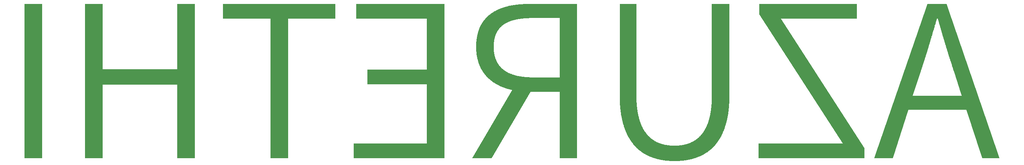
<source format=gbo>
G04 Layer: BottomSilkLayer*
G04 EasyEDA v6.1.34, Sun, 05 May 2019 19:16:01 GMT*
G04 77ecd07a251a4821b54f13b313e443d2,d2a06957bfed4711b46dd7a2d4eaa8b9,10*
G04 Gerber Generator version 0.2*
G04 Scale: 100 percent, Rotated: No, Reflected: No *
G04 Dimensions in millimeters *
G04 leading zeros omitted , absolute positions ,3 integer and 3 decimal *
%FSLAX33Y33*%
%MOMM*%
G90*
G71D02*


%LPD*%

%LPD*%
G36*
G01X165465Y41148D02*
G01X161533Y41148D01*
G01X161533Y19406D01*
G01X161534Y19320D01*
G01X161535Y19149D01*
G01X161536Y19064D01*
G01X161537Y18980D01*
G01X161540Y18811D01*
G01X161542Y18728D01*
G01X161544Y18644D01*
G01X161546Y18561D01*
G01X161549Y18478D01*
G01X161554Y18313D01*
G01X161560Y18149D01*
G01X161563Y18068D01*
G01X161575Y17825D01*
G01X161579Y17745D01*
G01X161584Y17665D01*
G01X161588Y17585D01*
G01X161593Y17506D01*
G01X161598Y17426D01*
G01X161603Y17347D01*
G01X161609Y17268D01*
G01X161615Y17190D01*
G01X161620Y17112D01*
G01X161632Y16957D01*
G01X161646Y16802D01*
G01X161652Y16725D01*
G01X161659Y16649D01*
G01X161667Y16572D01*
G01X161674Y16497D01*
G01X161689Y16345D01*
G01X161697Y16270D01*
G01X161706Y16196D01*
G01X161714Y16121D01*
G01X161731Y15973D01*
G01X161750Y15825D01*
G01X161759Y15752D01*
G01X161769Y15679D01*
G01X161778Y15606D01*
G01X161788Y15534D01*
G01X161799Y15461D01*
G01X161809Y15390D01*
G01X161830Y15247D01*
G01X161841Y15175D01*
G01X161863Y15034D01*
G01X161898Y14824D01*
G01X161910Y14755D01*
G01X161922Y14685D01*
G01X161935Y14616D01*
G01X161960Y14479D01*
G01X161986Y14343D01*
G01X162000Y14275D01*
G01X162013Y14208D01*
G01X162040Y14074D01*
G01X162055Y14007D01*
G01X162069Y13941D01*
G01X162084Y13875D01*
G01X162112Y13743D01*
G01X162128Y13678D01*
G01X162173Y13483D01*
G01X162205Y13355D01*
G01X162254Y13164D01*
G01X162270Y13101D01*
G01X162287Y13039D01*
G01X162304Y12976D01*
G01X162356Y12790D01*
G01X162374Y12728D01*
G01X162391Y12667D01*
G01X162409Y12606D01*
G01X162464Y12425D01*
G01X162521Y12245D01*
G01X162540Y12186D01*
G01X162560Y12127D01*
G01X162579Y12069D01*
G01X162618Y11952D01*
G01X162638Y11894D01*
G01X162659Y11836D01*
G01X162679Y11778D01*
G01X162700Y11721D01*
G01X162720Y11664D01*
G01X162741Y11607D01*
G01X162784Y11495D01*
G01X162826Y11383D01*
G01X162892Y11217D01*
G01X162914Y11162D01*
G01X162959Y11053D01*
G01X163027Y10892D01*
G01X163074Y10785D01*
G01X163097Y10732D01*
G01X163121Y10680D01*
G01X163145Y10627D01*
G01X163217Y10471D01*
G01X163242Y10420D01*
G01X163292Y10317D01*
G01X163316Y10267D01*
G01X163341Y10216D01*
G01X163367Y10166D01*
G01X163418Y10067D01*
G01X163443Y10017D01*
G01X163495Y9918D01*
G01X163522Y9869D01*
G01X163548Y9821D01*
G01X163574Y9772D01*
G01X163601Y9725D01*
G01X163628Y9676D01*
G01X163655Y9629D01*
G01X163682Y9581D01*
G01X163737Y9487D01*
G01X163764Y9440D01*
G01X163848Y9301D01*
G01X163876Y9256D01*
G01X163904Y9210D01*
G01X163961Y9120D01*
G01X163990Y9074D01*
G01X164048Y8986D01*
G01X164077Y8941D01*
G01X164106Y8897D01*
G01X164136Y8853D01*
G01X164166Y8810D01*
G01X164195Y8767D01*
G01X164225Y8723D01*
G01X164255Y8681D01*
G01X164316Y8595D01*
G01X164377Y8511D01*
G01X164501Y8345D01*
G01X164596Y8224D01*
G01X164660Y8143D01*
G01X164724Y8064D01*
G01X164821Y7947D01*
G01X164887Y7869D01*
G01X164953Y7793D01*
G01X165053Y7680D01*
G01X165121Y7606D01*
G01X165189Y7533D01*
G01X165223Y7497D01*
G01X165257Y7460D01*
G01X165361Y7354D01*
G01X165466Y7249D01*
G01X165502Y7214D01*
G01X165572Y7146D01*
G01X165609Y7112D01*
G01X165644Y7078D01*
G01X165716Y7011D01*
G01X165788Y6945D01*
G01X165898Y6847D01*
G01X165972Y6783D01*
G01X166009Y6752D01*
G01X166046Y6720D01*
G01X166083Y6689D01*
G01X166159Y6627D01*
G01X166234Y6566D01*
G01X166272Y6536D01*
G01X166310Y6505D01*
G01X166348Y6476D01*
G01X166386Y6446D01*
G01X166425Y6417D01*
G01X166541Y6330D01*
G01X166579Y6301D01*
G01X166658Y6244D01*
G01X166736Y6188D01*
G01X166776Y6161D01*
G01X166815Y6134D01*
G01X166855Y6106D01*
G01X166935Y6052D01*
G01X166975Y6026D01*
G01X167015Y5999D01*
G01X167095Y5947D01*
G01X167136Y5921D01*
G01X167177Y5896D01*
G01X167217Y5870D01*
G01X167340Y5795D01*
G01X167423Y5746D01*
G01X167464Y5722D01*
G01X167505Y5697D01*
G01X167547Y5673D01*
G01X167589Y5650D01*
G01X167631Y5626D01*
G01X167799Y5534D01*
G01X167841Y5512D01*
G01X167884Y5489D01*
G01X167927Y5467D01*
G01X167969Y5445D01*
G01X168012Y5423D01*
G01X168055Y5402D01*
G01X168184Y5338D01*
G01X168227Y5317D01*
G01X168271Y5296D01*
G01X168314Y5276D01*
G01X168358Y5255D01*
G01X168402Y5235D01*
G01X168445Y5215D01*
G01X168489Y5196D01*
G01X168533Y5176D01*
G01X168621Y5137D01*
G01X168666Y5119D01*
G01X168710Y5099D01*
G01X168755Y5081D01*
G01X168799Y5062D01*
G01X168979Y4990D01*
G01X169159Y4921D01*
G01X169251Y4887D01*
G01X169296Y4871D01*
G01X169342Y4854D01*
G01X169388Y4839D01*
G01X169434Y4822D01*
G01X169480Y4807D01*
G01X169526Y4791D01*
G01X169572Y4776D01*
G01X169619Y4760D01*
G01X169665Y4745D01*
G01X169711Y4731D01*
G01X169805Y4701D01*
G01X169945Y4658D01*
G01X170087Y4617D01*
G01X170228Y4578D01*
G01X170276Y4565D01*
G01X170323Y4552D01*
G01X170371Y4540D01*
G01X170419Y4527D01*
G01X170515Y4503D01*
G01X170563Y4492D01*
G01X170659Y4468D01*
G01X170756Y4446D01*
G01X170804Y4435D01*
G01X170853Y4424D01*
G01X170950Y4403D01*
G01X171096Y4372D01*
G01X171146Y4363D01*
G01X171194Y4353D01*
G01X171244Y4343D01*
G01X171441Y4307D01*
G01X171491Y4298D01*
G01X171540Y4290D01*
G01X171590Y4281D01*
G01X171689Y4265D01*
G01X171740Y4258D01*
G01X171789Y4249D01*
G01X171840Y4242D01*
G01X171889Y4235D01*
G01X172040Y4213D01*
G01X172091Y4207D01*
G01X172141Y4200D01*
G01X172192Y4194D01*
G01X172242Y4187D01*
G01X172344Y4175D01*
G01X172496Y4158D01*
G01X172548Y4152D01*
G01X172701Y4137D01*
G01X172906Y4119D01*
G01X173010Y4111D01*
G01X173061Y4107D01*
G01X173217Y4097D01*
G01X173269Y4093D01*
G01X173373Y4087D01*
G01X173530Y4079D01*
G01X173634Y4075D01*
G01X173791Y4069D01*
G01X173897Y4066D01*
G01X173949Y4064D01*
G01X174214Y4059D01*
G01X174320Y4059D01*
G01X174373Y4058D01*
G01X174480Y4058D01*
G01X174533Y4059D01*
G01X174639Y4059D01*
G01X174692Y4060D01*
G01X174903Y4064D01*
G01X174956Y4066D01*
G01X175061Y4069D01*
G01X175218Y4075D01*
G01X175271Y4077D01*
G01X175323Y4079D01*
G01X175480Y4087D01*
G01X175584Y4093D01*
G01X175636Y4097D01*
G01X175791Y4107D01*
G01X175843Y4111D01*
G01X175946Y4119D01*
G01X176152Y4137D01*
G01X176305Y4152D01*
G01X176356Y4158D01*
G01X176509Y4175D01*
G01X176610Y4187D01*
G01X176661Y4194D01*
G01X176711Y4200D01*
G01X176762Y4207D01*
G01X176812Y4213D01*
G01X176963Y4235D01*
G01X177063Y4249D01*
G01X177113Y4258D01*
G01X177163Y4265D01*
G01X177263Y4281D01*
G01X177312Y4290D01*
G01X177362Y4298D01*
G01X177412Y4307D01*
G01X177609Y4343D01*
G01X177707Y4363D01*
G01X177756Y4372D01*
G01X177903Y4403D01*
G01X178000Y4424D01*
G01X178048Y4435D01*
G01X178097Y4446D01*
G01X178194Y4468D01*
G01X178290Y4492D01*
G01X178338Y4503D01*
G01X178434Y4527D01*
G01X178482Y4540D01*
G01X178529Y4552D01*
G01X178577Y4565D01*
G01X178624Y4578D01*
G01X178672Y4591D01*
G01X178766Y4617D01*
G01X178908Y4658D01*
G01X179048Y4701D01*
G01X179142Y4731D01*
G01X179188Y4745D01*
G01X179234Y4760D01*
G01X179281Y4776D01*
G01X179327Y4791D01*
G01X179373Y4807D01*
G01X179419Y4822D01*
G01X179465Y4839D01*
G01X179511Y4854D01*
G01X179557Y4871D01*
G01X179602Y4887D01*
G01X179693Y4921D01*
G01X179874Y4990D01*
G01X180009Y5044D01*
G01X180053Y5062D01*
G01X180098Y5081D01*
G01X180142Y5099D01*
G01X180187Y5119D01*
G01X180231Y5137D01*
G01X180320Y5176D01*
G01X180363Y5196D01*
G01X180408Y5215D01*
G01X180451Y5235D01*
G01X180495Y5255D01*
G01X180539Y5276D01*
G01X180582Y5296D01*
G01X180626Y5317D01*
G01X180669Y5338D01*
G01X180798Y5402D01*
G01X180841Y5423D01*
G01X180884Y5445D01*
G01X180926Y5467D01*
G01X180969Y5489D01*
G01X181012Y5512D01*
G01X181054Y5534D01*
G01X181222Y5626D01*
G01X181264Y5650D01*
G01X181306Y5673D01*
G01X181347Y5697D01*
G01X181389Y5722D01*
G01X181430Y5746D01*
G01X181512Y5795D01*
G01X181554Y5820D01*
G01X181595Y5845D01*
G01X181635Y5870D01*
G01X181676Y5896D01*
G01X181717Y5921D01*
G01X181797Y5973D01*
G01X181838Y5999D01*
G01X181878Y6026D01*
G01X181918Y6052D01*
G01X181998Y6106D01*
G01X182038Y6134D01*
G01X182116Y6188D01*
G01X182156Y6216D01*
G01X182195Y6244D01*
G01X182273Y6301D01*
G01X182312Y6330D01*
G01X182428Y6417D01*
G01X182466Y6446D01*
G01X182505Y6476D01*
G01X182543Y6505D01*
G01X182581Y6536D01*
G01X182619Y6566D01*
G01X182694Y6627D01*
G01X182769Y6689D01*
G01X182806Y6720D01*
G01X182844Y6752D01*
G01X182881Y6783D01*
G01X182955Y6847D01*
G01X183064Y6945D01*
G01X183137Y7011D01*
G01X183209Y7078D01*
G01X183244Y7112D01*
G01X183316Y7180D01*
G01X183351Y7214D01*
G01X183386Y7249D01*
G01X183492Y7354D01*
G01X183595Y7460D01*
G01X183630Y7497D01*
G01X183664Y7533D01*
G01X183732Y7606D01*
G01X183766Y7643D01*
G01X183799Y7680D01*
G01X183900Y7793D01*
G01X183966Y7869D01*
G01X184032Y7947D01*
G01X184129Y8064D01*
G01X184193Y8143D01*
G01X184257Y8224D01*
G01X184352Y8345D01*
G01X184476Y8511D01*
G01X184537Y8595D01*
G01X184598Y8681D01*
G01X184628Y8723D01*
G01X184658Y8767D01*
G01X184687Y8810D01*
G01X184717Y8853D01*
G01X184775Y8941D01*
G01X184805Y8986D01*
G01X184863Y9074D01*
G01X184892Y9120D01*
G01X184949Y9210D01*
G01X184977Y9256D01*
G01X185005Y9301D01*
G01X185089Y9440D01*
G01X185116Y9487D01*
G01X185171Y9581D01*
G01X185198Y9629D01*
G01X185225Y9676D01*
G01X185252Y9725D01*
G01X185278Y9772D01*
G01X185305Y9821D01*
G01X185331Y9869D01*
G01X185358Y9918D01*
G01X185409Y10017D01*
G01X185435Y10067D01*
G01X185486Y10166D01*
G01X185511Y10216D01*
G01X185536Y10267D01*
G01X185561Y10317D01*
G01X185611Y10420D01*
G01X185635Y10471D01*
G01X185660Y10523D01*
G01X185708Y10627D01*
G01X185731Y10680D01*
G01X185755Y10732D01*
G01X185779Y10785D01*
G01X185825Y10892D01*
G01X185894Y11053D01*
G01X185939Y11162D01*
G01X185961Y11217D01*
G01X186027Y11383D01*
G01X186069Y11495D01*
G01X186112Y11607D01*
G01X186133Y11664D01*
G01X186153Y11721D01*
G01X186174Y11778D01*
G01X186194Y11836D01*
G01X186215Y11894D01*
G01X186234Y11952D01*
G01X186274Y12069D01*
G01X186293Y12127D01*
G01X186313Y12186D01*
G01X186332Y12245D01*
G01X186389Y12425D01*
G01X186444Y12606D01*
G01X186461Y12667D01*
G01X186479Y12728D01*
G01X186497Y12790D01*
G01X186549Y12976D01*
G01X186566Y13039D01*
G01X186582Y13101D01*
G01X186599Y13164D01*
G01X186648Y13355D01*
G01X186664Y13419D01*
G01X186679Y13483D01*
G01X186695Y13548D01*
G01X186740Y13743D01*
G01X186755Y13809D01*
G01X186769Y13875D01*
G01X186784Y13941D01*
G01X186798Y14007D01*
G01X186840Y14208D01*
G01X186853Y14275D01*
G01X186867Y14343D01*
G01X186879Y14411D01*
G01X186893Y14479D01*
G01X186918Y14616D01*
G01X186930Y14685D01*
G01X186942Y14755D01*
G01X186955Y14824D01*
G01X186990Y15034D01*
G01X187012Y15175D01*
G01X187023Y15247D01*
G01X187044Y15390D01*
G01X187054Y15461D01*
G01X187064Y15534D01*
G01X187075Y15606D01*
G01X187084Y15679D01*
G01X187094Y15752D01*
G01X187103Y15825D01*
G01X187139Y16121D01*
G01X187147Y16196D01*
G01X187155Y16270D01*
G01X187163Y16345D01*
G01X187179Y16497D01*
G01X187186Y16572D01*
G01X187193Y16649D01*
G01X187201Y16725D01*
G01X187207Y16802D01*
G01X187233Y17112D01*
G01X187238Y17190D01*
G01X187244Y17268D01*
G01X187249Y17347D01*
G01X187255Y17426D01*
G01X187259Y17506D01*
G01X187265Y17585D01*
G01X187269Y17665D01*
G01X187274Y17745D01*
G01X187278Y17825D01*
G01X187286Y17987D01*
G01X187292Y18149D01*
G01X187296Y18231D01*
G01X187299Y18313D01*
G01X187304Y18478D01*
G01X187307Y18561D01*
G01X187309Y18644D01*
G01X187311Y18728D01*
G01X187313Y18811D01*
G01X187316Y18980D01*
G01X187317Y19064D01*
G01X187318Y19149D01*
G01X187319Y19320D01*
G01X187319Y41148D01*
G01X183189Y41148D01*
G01X183189Y19260D01*
G01X183187Y19078D01*
G01X183186Y18988D01*
G01X183183Y18809D01*
G01X183181Y18720D01*
G01X183178Y18632D01*
G01X183176Y18544D01*
G01X183173Y18457D01*
G01X183170Y18369D01*
G01X183163Y18197D01*
G01X183155Y18025D01*
G01X183150Y17940D01*
G01X183146Y17856D01*
G01X183141Y17771D01*
G01X183136Y17688D01*
G01X183130Y17604D01*
G01X183124Y17521D01*
G01X183106Y17275D01*
G01X183092Y17113D01*
G01X183085Y17033D01*
G01X183077Y16952D01*
G01X183053Y16715D01*
G01X183045Y16637D01*
G01X183027Y16481D01*
G01X183018Y16404D01*
G01X183008Y16327D01*
G01X182988Y16175D01*
G01X182968Y16024D01*
G01X182957Y15950D01*
G01X182946Y15875D01*
G01X182935Y15801D01*
G01X182923Y15728D01*
G01X182912Y15655D01*
G01X182888Y15509D01*
G01X182862Y15366D01*
G01X182850Y15295D01*
G01X182836Y15224D01*
G01X182823Y15154D01*
G01X182795Y15014D01*
G01X182753Y14807D01*
G01X182738Y14739D01*
G01X182723Y14672D01*
G01X182707Y14605D01*
G01X182692Y14537D01*
G01X182660Y14405D01*
G01X182628Y14274D01*
G01X182594Y14144D01*
G01X182577Y14080D01*
G01X182542Y13953D01*
G01X182488Y13764D01*
G01X182470Y13702D01*
G01X182394Y13458D01*
G01X182374Y13398D01*
G01X182355Y13339D01*
G01X182334Y13279D01*
G01X182315Y13220D01*
G01X182294Y13161D01*
G01X182273Y13103D01*
G01X182253Y13045D01*
G01X182231Y12988D01*
G01X182189Y12874D01*
G01X182167Y12817D01*
G01X182145Y12761D01*
G01X182078Y12595D01*
G01X182033Y12486D01*
G01X182009Y12432D01*
G01X181986Y12378D01*
G01X181963Y12325D01*
G01X181939Y12272D01*
G01X181867Y12116D01*
G01X181842Y12065D01*
G01X181817Y12013D01*
G01X181792Y11962D01*
G01X181742Y11862D01*
G01X181716Y11812D01*
G01X181664Y11713D01*
G01X181638Y11665D01*
G01X181612Y11616D01*
G01X181586Y11569D01*
G01X181559Y11521D01*
G01X181505Y11426D01*
G01X181477Y11380D01*
G01X181450Y11333D01*
G01X181394Y11242D01*
G01X181338Y11152D01*
G01X181309Y11107D01*
G01X181281Y11063D01*
G01X181223Y10975D01*
G01X181194Y10932D01*
G01X181135Y10846D01*
G01X181045Y10720D01*
G01X181015Y10679D01*
G01X180984Y10638D01*
G01X180954Y10597D01*
G01X180861Y10477D01*
G01X180829Y10437D01*
G01X180798Y10398D01*
G01X180766Y10360D01*
G01X180734Y10321D01*
G01X180670Y10245D01*
G01X180638Y10208D01*
G01X180572Y10134D01*
G01X180540Y10097D01*
G01X180506Y10061D01*
G01X180440Y9989D01*
G01X180373Y9919D01*
G01X180236Y9782D01*
G01X180201Y9749D01*
G01X180131Y9682D01*
G01X179991Y9554D01*
G01X179954Y9523D01*
G01X179919Y9492D01*
G01X179883Y9461D01*
G01X179847Y9431D01*
G01X179774Y9371D01*
G01X179700Y9312D01*
G01X179663Y9283D01*
G01X179589Y9226D01*
G01X179552Y9197D01*
G01X179514Y9170D01*
G01X179476Y9142D01*
G01X179438Y9115D01*
G01X179401Y9088D01*
G01X179363Y9061D01*
G01X179324Y9035D01*
G01X179286Y9009D01*
G01X179247Y8983D01*
G01X179208Y8958D01*
G01X179170Y8932D01*
G01X179130Y8907D01*
G01X179052Y8859D01*
G01X179013Y8834D01*
G01X178973Y8810D01*
G01X178894Y8764D01*
G01X178813Y8718D01*
G01X178773Y8695D01*
G01X178733Y8673D01*
G01X178651Y8629D01*
G01X178611Y8608D01*
G01X178487Y8546D01*
G01X178446Y8525D01*
G01X178280Y8447D01*
G01X178237Y8428D01*
G01X178195Y8409D01*
G01X178153Y8391D01*
G01X178111Y8372D01*
G01X178026Y8337D01*
G01X177940Y8302D01*
G01X177854Y8269D01*
G01X177767Y8236D01*
G01X177724Y8220D01*
G01X177681Y8205D01*
G01X177637Y8189D01*
G01X177593Y8175D01*
G01X177505Y8145D01*
G01X177461Y8131D01*
G01X177416Y8117D01*
G01X177328Y8089D01*
G01X177238Y8062D01*
G01X177149Y8037D01*
G01X177013Y8001D01*
G01X176967Y7989D01*
G01X176922Y7978D01*
G01X176831Y7955D01*
G01X176785Y7945D01*
G01X176739Y7934D01*
G01X176693Y7924D01*
G01X176508Y7885D01*
G01X176461Y7877D01*
G01X176415Y7867D01*
G01X176274Y7843D01*
G01X176227Y7834D01*
G01X176181Y7827D01*
G01X176133Y7819D01*
G01X176086Y7812D01*
G01X176038Y7805D01*
G01X175991Y7798D01*
G01X175896Y7785D01*
G01X175752Y7767D01*
G01X175704Y7762D01*
G01X175559Y7747D01*
G01X175511Y7742D01*
G01X175463Y7738D01*
G01X175414Y7733D01*
G01X175365Y7730D01*
G01X175317Y7726D01*
G01X175268Y7722D01*
G01X175023Y7707D01*
G01X174924Y7703D01*
G01X174874Y7701D01*
G01X174825Y7699D01*
G01X174775Y7698D01*
G01X174726Y7697D01*
G01X174627Y7695D01*
G01X174576Y7694D01*
G01X174477Y7693D01*
G01X174377Y7693D01*
G01X174227Y7695D01*
G01X174128Y7697D01*
G01X174078Y7698D01*
G01X174029Y7699D01*
G01X173979Y7701D01*
G01X173783Y7709D01*
G01X173733Y7712D01*
G01X173685Y7715D01*
G01X173635Y7718D01*
G01X173587Y7722D01*
G01X173538Y7725D01*
G01X173489Y7729D01*
G01X173441Y7732D01*
G01X173392Y7736D01*
G01X173199Y7755D01*
G01X173103Y7765D01*
G01X173055Y7771D01*
G01X173007Y7776D01*
G01X172911Y7789D01*
G01X172864Y7795D01*
G01X172768Y7808D01*
G01X172721Y7816D01*
G01X172627Y7830D01*
G01X172579Y7838D01*
G01X172533Y7846D01*
G01X172485Y7854D01*
G01X172345Y7880D01*
G01X172298Y7889D01*
G01X172252Y7898D01*
G01X172205Y7908D01*
G01X172021Y7948D01*
G01X171883Y7981D01*
G01X171838Y7992D01*
G01X171792Y8004D01*
G01X171747Y8016D01*
G01X171701Y8027D01*
G01X171656Y8040D01*
G01X171611Y8052D01*
G01X171521Y8078D01*
G01X171432Y8105D01*
G01X171387Y8118D01*
G01X171299Y8147D01*
G01X171254Y8161D01*
G01X171210Y8176D01*
G01X171166Y8190D01*
G01X171122Y8206D01*
G01X171078Y8221D01*
G01X171034Y8237D01*
G01X170948Y8269D01*
G01X170904Y8285D01*
G01X170861Y8302D01*
G01X170774Y8336D01*
G01X170732Y8354D01*
G01X170646Y8389D01*
G01X170604Y8407D01*
G01X170562Y8426D01*
G01X170519Y8444D01*
G01X170477Y8463D01*
G01X170435Y8483D01*
G01X170393Y8502D01*
G01X170310Y8542D01*
G01X170226Y8582D01*
G01X170103Y8645D01*
G01X169980Y8711D01*
G01X169940Y8733D01*
G01X169900Y8756D01*
G01X169819Y8802D01*
G01X169779Y8825D01*
G01X169700Y8873D01*
G01X169542Y8971D01*
G01X169464Y9022D01*
G01X169426Y9048D01*
G01X169348Y9101D01*
G01X169310Y9127D01*
G01X169272Y9155D01*
G01X169234Y9182D01*
G01X169196Y9210D01*
G01X169158Y9237D01*
G01X169083Y9294D01*
G01X169046Y9322D01*
G01X169009Y9351D01*
G01X168935Y9410D01*
G01X168862Y9470D01*
G01X168826Y9501D01*
G01X168789Y9531D01*
G01X168753Y9562D01*
G01X168717Y9594D01*
G01X168681Y9625D01*
G01X168610Y9689D01*
G01X168470Y9821D01*
G01X168436Y9855D01*
G01X168401Y9889D01*
G01X168332Y9957D01*
G01X168298Y9992D01*
G01X168265Y10027D01*
G01X168197Y10099D01*
G01X168131Y10171D01*
G01X168098Y10208D01*
G01X168033Y10282D01*
G01X168000Y10320D01*
G01X167904Y10434D01*
G01X167872Y10473D01*
G01X167809Y10552D01*
G01X167777Y10592D01*
G01X167715Y10672D01*
G01X167685Y10713D01*
G01X167654Y10754D01*
G01X167623Y10796D01*
G01X167563Y10879D01*
G01X167533Y10922D01*
G01X167474Y11007D01*
G01X167445Y11050D01*
G01X167358Y11182D01*
G01X167301Y11272D01*
G01X167273Y11317D01*
G01X167217Y11408D01*
G01X167189Y11454D01*
G01X167108Y11595D01*
G01X167054Y11691D01*
G01X167028Y11739D01*
G01X166975Y11836D01*
G01X166949Y11886D01*
G01X166924Y11935D01*
G01X166898Y11985D01*
G01X166873Y12035D01*
G01X166798Y12188D01*
G01X166749Y12292D01*
G01X166725Y12344D01*
G01X166701Y12397D01*
G01X166678Y12450D01*
G01X166654Y12503D01*
G01X166585Y12665D01*
G01X166540Y12775D01*
G01X166518Y12830D01*
G01X166495Y12886D01*
G01X166474Y12942D01*
G01X166410Y13113D01*
G01X166389Y13170D01*
G01X166368Y13228D01*
G01X166327Y13345D01*
G01X166287Y13463D01*
G01X166267Y13523D01*
G01X166229Y13643D01*
G01X166191Y13765D01*
G01X166172Y13827D01*
G01X166136Y13951D01*
G01X166100Y14077D01*
G01X166083Y14140D01*
G01X166049Y14268D01*
G01X166015Y14397D01*
G01X165983Y14528D01*
G01X165967Y14593D01*
G01X165952Y14660D01*
G01X165936Y14726D01*
G01X165921Y14793D01*
G01X165891Y14929D01*
G01X165849Y15134D01*
G01X165835Y15204D01*
G01X165809Y15344D01*
G01X165795Y15414D01*
G01X165783Y15485D01*
G01X165770Y15556D01*
G01X165746Y15700D01*
G01X165722Y15845D01*
G01X165711Y15918D01*
G01X165689Y16066D01*
G01X165668Y16215D01*
G01X165658Y16290D01*
G01X165648Y16366D01*
G01X165638Y16441D01*
G01X165629Y16518D01*
G01X165620Y16594D01*
G01X165612Y16672D01*
G01X165594Y16827D01*
G01X165586Y16905D01*
G01X165579Y16984D01*
G01X165571Y17063D01*
G01X165564Y17142D01*
G01X165550Y17302D01*
G01X165543Y17383D01*
G01X165531Y17546D01*
G01X165520Y17710D01*
G01X165509Y17876D01*
G01X165504Y17960D01*
G01X165496Y18128D01*
G01X165488Y18298D01*
G01X165485Y18384D01*
G01X165482Y18469D01*
G01X165476Y18643D01*
G01X165474Y18730D01*
G01X165470Y18906D01*
G01X165469Y18994D01*
G01X165467Y19084D01*
G01X165466Y19172D01*
G01X165466Y19262D01*
G01X165465Y19353D01*
G01X165465Y41148D01*
G37*

%LPD*%
G36*
G01X25722Y41148D02*
G01X21590Y41148D01*
G01X21590Y4706D01*
G01X25722Y4706D01*
G01X25722Y41148D01*
G37*

%LPD*%
G36*
G01X39959Y41148D02*
G01X35877Y41148D01*
G01X35877Y4706D01*
G01X39959Y4706D01*
G01X39959Y22131D01*
G01X57533Y22131D01*
G01X57533Y4706D01*
G01X61666Y4706D01*
G01X61666Y41148D01*
G01X57533Y41148D01*
G01X57533Y25714D01*
G01X39959Y25714D01*
G01X39959Y41148D01*
G37*

%LPD*%
G36*
G01X94721Y41148D02*
G01X68287Y41148D01*
G01X68287Y37663D01*
G01X79438Y37663D01*
G01X79438Y4706D01*
G01X83621Y4706D01*
G01X83621Y37663D01*
G01X94721Y37663D01*
G01X94721Y41148D01*
G37*

%LPD*%
G36*
G01X120312Y41148D02*
G01X99552Y41148D01*
G01X99552Y37663D01*
G01X116179Y37663D01*
G01X116179Y25666D01*
G01X102189Y25666D01*
G01X102189Y22181D01*
G01X116179Y22181D01*
G01X116179Y8191D01*
G01X99004Y8191D01*
G01X99004Y4706D01*
G01X120312Y4706D01*
G01X120312Y41148D01*
G37*

%LPD*%
G36*
G01X151526Y41148D02*
G01X140307Y41148D01*
G01X140238Y41147D01*
G01X140169Y41147D01*
G01X140033Y41145D01*
G01X139965Y41145D01*
G01X139898Y41144D01*
G01X139830Y41142D01*
G01X139694Y41140D01*
G01X139560Y41136D01*
G01X139493Y41135D01*
G01X139426Y41133D01*
G01X139359Y41130D01*
G01X139226Y41125D01*
G01X139160Y41123D01*
G01X139093Y41120D01*
G01X139027Y41117D01*
G01X138961Y41113D01*
G01X138896Y41110D01*
G01X138830Y41107D01*
G01X138764Y41103D01*
G01X138504Y41087D01*
G01X138439Y41082D01*
G01X138374Y41078D01*
G01X138310Y41073D01*
G01X138245Y41068D01*
G01X138053Y41053D01*
G01X137989Y41047D01*
G01X137926Y41041D01*
G01X137862Y41035D01*
G01X137799Y41029D01*
G01X137735Y41023D01*
G01X137672Y41016D01*
G01X137609Y41010D01*
G01X137547Y41003D01*
G01X137484Y40996D01*
G01X137359Y40982D01*
G01X137297Y40974D01*
G01X137235Y40967D01*
G01X137111Y40951D01*
G01X136988Y40935D01*
G01X136927Y40926D01*
G01X136805Y40909D01*
G01X136744Y40900D01*
G01X136684Y40890D01*
G01X136623Y40881D01*
G01X136563Y40872D01*
G01X136263Y40822D01*
G01X136204Y40811D01*
G01X136145Y40801D01*
G01X136086Y40789D01*
G01X136027Y40779D01*
G01X135969Y40768D01*
G01X135851Y40744D01*
G01X135736Y40721D01*
G01X135678Y40709D01*
G01X135620Y40696D01*
G01X135562Y40684D01*
G01X135277Y40619D01*
G01X135164Y40591D01*
G01X134996Y40549D01*
G01X134941Y40534D01*
G01X134885Y40520D01*
G01X134830Y40505D01*
G01X134774Y40490D01*
G01X134665Y40459D01*
G01X134610Y40443D01*
G01X134555Y40428D01*
G01X134501Y40411D01*
G01X134447Y40396D01*
G01X134393Y40379D01*
G01X134340Y40363D01*
G01X134232Y40329D01*
G01X134180Y40312D01*
G01X134126Y40295D01*
G01X134073Y40277D01*
G01X134021Y40260D01*
G01X133968Y40242D01*
G01X133916Y40223D01*
G01X133812Y40187D01*
G01X133709Y40149D01*
G01X133657Y40130D01*
G01X133606Y40111D01*
G01X133555Y40091D01*
G01X133504Y40072D01*
G01X133454Y40052D01*
G01X133403Y40032D01*
G01X133303Y39992D01*
G01X133203Y39950D01*
G01X133154Y39929D01*
G01X133055Y39887D01*
G01X133007Y39865D01*
G01X132958Y39843D01*
G01X132910Y39822D01*
G01X132861Y39799D01*
G01X132813Y39777D01*
G01X132765Y39754D01*
G01X132717Y39732D01*
G01X132670Y39708D01*
G01X132622Y39685D01*
G01X132575Y39662D01*
G01X132528Y39638D01*
G01X132435Y39590D01*
G01X132388Y39567D01*
G01X132250Y39492D01*
G01X132205Y39468D01*
G01X132159Y39443D01*
G01X132114Y39417D01*
G01X131980Y39340D01*
G01X131847Y39260D01*
G01X131760Y39206D01*
G01X131674Y39152D01*
G01X131546Y39068D01*
G01X131461Y39011D01*
G01X131377Y38953D01*
G01X131336Y38924D01*
G01X131254Y38865D01*
G01X131213Y38835D01*
G01X131173Y38805D01*
G01X131132Y38775D01*
G01X131052Y38714D01*
G01X130973Y38652D01*
G01X130855Y38557D01*
G01X130817Y38525D01*
G01X130778Y38493D01*
G01X130702Y38428D01*
G01X130627Y38362D01*
G01X130590Y38329D01*
G01X130552Y38295D01*
G01X130515Y38261D01*
G01X130479Y38228D01*
G01X130442Y38193D01*
G01X130406Y38159D01*
G01X130298Y38054D01*
G01X130263Y38019D01*
G01X130228Y37983D01*
G01X130193Y37948D01*
G01X130124Y37875D01*
G01X130090Y37839D01*
G01X130056Y37802D01*
G01X130022Y37766D01*
G01X129989Y37729D01*
G01X129890Y37616D01*
G01X129824Y37540D01*
G01X129760Y37462D01*
G01X129666Y37345D01*
G01X129635Y37305D01*
G01X129544Y37185D01*
G01X129514Y37144D01*
G01X129484Y37104D01*
G01X129425Y37022D01*
G01X129367Y36938D01*
G01X129339Y36897D01*
G01X129310Y36854D01*
G01X129255Y36769D01*
G01X129227Y36726D01*
G01X129200Y36683D01*
G01X129172Y36640D01*
G01X129145Y36596D01*
G01X129119Y36552D01*
G01X129092Y36508D01*
G01X129067Y36464D01*
G01X129041Y36420D01*
G01X128989Y36330D01*
G01X128964Y36284D01*
G01X128915Y36193D01*
G01X128890Y36147D01*
G01X128866Y36101D01*
G01X128842Y36054D01*
G01X128795Y35961D01*
G01X128772Y35914D01*
G01X128749Y35866D01*
G01X128726Y35819D01*
G01X128704Y35770D01*
G01X128660Y35674D01*
G01X128638Y35625D01*
G01X128575Y35478D01*
G01X128534Y35378D01*
G01X128494Y35278D01*
G01X128455Y35176D01*
G01X128436Y35125D01*
G01X128417Y35073D01*
G01X128399Y35022D01*
G01X128381Y34970D01*
G01X128362Y34918D01*
G01X128345Y34866D01*
G01X128310Y34760D01*
G01X128277Y34653D01*
G01X128228Y34492D01*
G01X128213Y34437D01*
G01X128197Y34382D01*
G01X128182Y34328D01*
G01X128153Y34217D01*
G01X128124Y34105D01*
G01X128110Y34049D01*
G01X128097Y33992D01*
G01X128084Y33936D01*
G01X128058Y33822D01*
G01X128010Y33590D01*
G01X127999Y33532D01*
G01X127977Y33414D01*
G01X127967Y33354D01*
G01X127957Y33295D01*
G01X127947Y33235D01*
G01X127937Y33174D01*
G01X127919Y33054D01*
G01X127902Y32932D01*
G01X127894Y32870D01*
G01X127885Y32808D01*
G01X127870Y32684D01*
G01X127863Y32622D01*
G01X127850Y32496D01*
G01X127844Y32433D01*
G01X127838Y32369D01*
G01X127827Y32241D01*
G01X127821Y32177D01*
G01X127817Y32112D01*
G01X127812Y32047D01*
G01X127804Y31917D01*
G01X127801Y31851D01*
G01X127797Y31785D01*
G01X127791Y31652D01*
G01X127789Y31585D01*
G01X127786Y31518D01*
G01X127784Y31451D01*
G01X127780Y31179D01*
G01X127779Y31110D01*
G01X127779Y30972D01*
G01X127780Y30903D01*
G01X127782Y30766D01*
G01X127785Y30629D01*
G01X127787Y30562D01*
G01X127789Y30494D01*
G01X127799Y30293D01*
G01X127807Y30160D01*
G01X127815Y30028D01*
G01X127820Y29962D01*
G01X127832Y29832D01*
G01X127837Y29767D01*
G01X127843Y29702D01*
G01X127857Y29574D01*
G01X127864Y29509D01*
G01X127879Y29382D01*
G01X127887Y29319D01*
G01X127905Y29193D01*
G01X127913Y29130D01*
G01X127923Y29068D01*
G01X127942Y28944D01*
G01X127953Y28882D01*
G01X127963Y28820D01*
G01X127974Y28759D01*
G01X127986Y28698D01*
G01X127997Y28637D01*
G01X128008Y28577D01*
G01X128021Y28517D01*
G01X128033Y28456D01*
G01X128046Y28396D01*
G01X128059Y28337D01*
G01X128072Y28277D01*
G01X128086Y28218D01*
G01X128099Y28159D01*
G01X128114Y28101D01*
G01X128143Y27984D01*
G01X128173Y27868D01*
G01X128205Y27753D01*
G01X128237Y27639D01*
G01X128255Y27582D01*
G01X128289Y27470D01*
G01X128325Y27358D01*
G01X128361Y27247D01*
G01X128381Y27192D01*
G01X128400Y27137D01*
G01X128419Y27083D01*
G01X128439Y27028D01*
G01X128479Y26920D01*
G01X128500Y26867D01*
G01X128520Y26813D01*
G01X128542Y26760D01*
G01X128563Y26707D01*
G01X128607Y26601D01*
G01X128652Y26497D01*
G01X128674Y26445D01*
G01X128698Y26393D01*
G01X128744Y26291D01*
G01X128769Y26240D01*
G01X128793Y26189D01*
G01X128817Y26139D01*
G01X128842Y26088D01*
G01X128892Y25988D01*
G01X128918Y25938D01*
G01X128996Y25791D01*
G01X129023Y25742D01*
G01X129077Y25646D01*
G01X129133Y25550D01*
G01X129161Y25503D01*
G01X129189Y25455D01*
G01X129217Y25408D01*
G01X129275Y25314D01*
G01X129335Y25222D01*
G01X129364Y25175D01*
G01X129395Y25130D01*
G01X129456Y25039D01*
G01X129518Y24949D01*
G01X129549Y24905D01*
G01X129581Y24860D01*
G01X129645Y24772D01*
G01X129678Y24728D01*
G01X129711Y24685D01*
G01X129744Y24641D01*
G01X129810Y24555D01*
G01X129844Y24513D01*
G01X129912Y24428D01*
G01X129947Y24386D01*
G01X130017Y24303D01*
G01X130052Y24262D01*
G01X130088Y24220D01*
G01X130160Y24139D01*
G01X130196Y24099D01*
G01X130232Y24058D01*
G01X130344Y23940D01*
G01X130419Y23861D01*
G01X130457Y23822D01*
G01X130534Y23745D01*
G01X130573Y23707D01*
G01X130611Y23669D01*
G01X130651Y23632D01*
G01X130690Y23594D01*
G01X130730Y23556D01*
G01X130770Y23519D01*
G01X130810Y23483D01*
G01X130891Y23410D01*
G01X130974Y23338D01*
G01X131056Y23266D01*
G01X131140Y23196D01*
G01X131183Y23161D01*
G01X131225Y23127D01*
G01X131268Y23092D01*
G01X131311Y23058D01*
G01X131355Y23024D01*
G01X131398Y22991D01*
G01X131441Y22957D01*
G01X131486Y22924D01*
G01X131574Y22857D01*
G01X131663Y22792D01*
G01X131754Y22728D01*
G01X131891Y22634D01*
G01X131937Y22603D01*
G01X131984Y22572D01*
G01X132077Y22511D01*
G01X132125Y22481D01*
G01X132219Y22421D01*
G01X132267Y22392D01*
G01X132363Y22333D01*
G01X132461Y22275D01*
G01X132509Y22247D01*
G01X132559Y22219D01*
G01X132608Y22190D01*
G01X132657Y22163D01*
G01X132707Y22135D01*
G01X132857Y22054D01*
G01X132908Y22027D01*
G01X132958Y22000D01*
G01X133010Y21975D01*
G01X133060Y21948D01*
G01X133112Y21923D01*
G01X133164Y21897D01*
G01X133215Y21871D01*
G01X133267Y21847D01*
G01X133320Y21821D01*
G01X133372Y21797D01*
G01X133425Y21772D01*
G01X133584Y21700D01*
G01X133638Y21676D01*
G01X133691Y21652D01*
G01X133745Y21630D01*
G01X133799Y21606D01*
G01X133853Y21584D01*
G01X133908Y21561D01*
G01X133962Y21539D01*
G01X134127Y21473D01*
G01X134183Y21451D01*
G01X134239Y21430D01*
G01X134294Y21409D01*
G01X134350Y21388D01*
G01X134407Y21368D01*
G01X134463Y21347D01*
G01X134519Y21327D01*
G01X134633Y21287D01*
G01X134805Y21229D01*
G01X134921Y21192D01*
G01X134979Y21173D01*
G01X135096Y21137D01*
G01X135155Y21119D01*
G01X135214Y21102D01*
G01X135273Y21084D01*
G01X135332Y21067D01*
G01X135392Y21050D01*
G01X135451Y21033D01*
G01X135631Y20984D01*
G01X135752Y20953D01*
G01X135813Y20937D01*
G01X135996Y20892D01*
G01X136057Y20878D01*
G01X136119Y20863D01*
G01X136243Y20835D01*
G01X126832Y4706D01*
G01X131462Y4706D01*
G01X140573Y20439D01*
G01X147393Y20439D01*
G01X147393Y4706D01*
G01X151526Y4706D01*
G01X151526Y41148D01*
G37*

%LPC*%
G36*
G01X147393Y37812D02*
G01X140943Y37812D01*
G01X140790Y37811D01*
G01X140713Y37811D01*
G01X140562Y37809D01*
G01X140412Y37806D01*
G01X140337Y37804D01*
G01X140189Y37800D01*
G01X140041Y37795D01*
G01X139969Y37792D01*
G01X139823Y37786D01*
G01X139679Y37778D01*
G01X139536Y37770D01*
G01X139395Y37761D01*
G01X139324Y37756D01*
G01X139184Y37746D01*
G01X139115Y37740D01*
G01X139046Y37735D01*
G01X138909Y37723D01*
G01X138840Y37716D01*
G01X138705Y37703D01*
G01X138638Y37696D01*
G01X138571Y37688D01*
G01X138504Y37681D01*
G01X138372Y37665D01*
G01X138307Y37657D01*
G01X138241Y37648D01*
G01X138176Y37639D01*
G01X138111Y37631D01*
G01X138047Y37621D01*
G01X137983Y37612D01*
G01X137919Y37602D01*
G01X137730Y37572D01*
G01X137544Y37539D01*
G01X137482Y37527D01*
G01X137421Y37516D01*
G01X137299Y37492D01*
G01X137179Y37468D01*
G01X137120Y37454D01*
G01X137060Y37442D01*
G01X137002Y37428D01*
G01X136943Y37415D01*
G01X136885Y37400D01*
G01X136827Y37387D01*
G01X136769Y37373D01*
G01X136711Y37358D01*
G01X136655Y37343D01*
G01X136541Y37313D01*
G01X136430Y37281D01*
G01X136374Y37265D01*
G01X136264Y37232D01*
G01X136102Y37181D01*
G01X135943Y37127D01*
G01X135891Y37109D01*
G01X135838Y37090D01*
G01X135787Y37071D01*
G01X135735Y37052D01*
G01X135684Y37032D01*
G01X135633Y37013D01*
G01X135583Y36993D01*
G01X135532Y36972D01*
G01X135483Y36952D01*
G01X135433Y36931D01*
G01X135384Y36910D01*
G01X135335Y36888D01*
G01X135287Y36867D01*
G01X135143Y36801D01*
G01X135049Y36755D01*
G01X134957Y36708D01*
G01X134865Y36660D01*
G01X134820Y36636D01*
G01X134775Y36611D01*
G01X134687Y36561D01*
G01X134643Y36535D01*
G01X134600Y36510D01*
G01X134514Y36458D01*
G01X134471Y36431D01*
G01X134387Y36377D01*
G01X134346Y36349D01*
G01X134305Y36322D01*
G01X134264Y36294D01*
G01X134223Y36265D01*
G01X134183Y36237D01*
G01X134144Y36208D01*
G01X134104Y36179D01*
G01X134026Y36119D01*
G01X133950Y36059D01*
G01X133912Y36028D01*
G01X133838Y35966D01*
G01X133765Y35903D01*
G01X133729Y35870D01*
G01X133693Y35838D01*
G01X133588Y35739D01*
G01X133554Y35706D01*
G01X133520Y35672D01*
G01X133486Y35637D01*
G01X133453Y35603D01*
G01X133420Y35568D01*
G01X133388Y35533D01*
G01X133324Y35462D01*
G01X133292Y35426D01*
G01X133230Y35353D01*
G01X133170Y35279D01*
G01X133110Y35203D01*
G01X133052Y35127D01*
G01X133024Y35088D01*
G01X132996Y35048D01*
G01X132941Y34969D01*
G01X132887Y34889D01*
G01X132809Y34766D01*
G01X132785Y34724D01*
G01X132735Y34640D01*
G01X132687Y34554D01*
G01X132664Y34511D01*
G01X132640Y34467D01*
G01X132617Y34424D01*
G01X132595Y34379D01*
G01X132551Y34290D01*
G01X132530Y34245D01*
G01X132488Y34153D01*
G01X132468Y34107D01*
G01X132448Y34060D01*
G01X132429Y34014D01*
G01X132410Y33966D01*
G01X132391Y33919D01*
G01X132373Y33871D01*
G01X132354Y33823D01*
G01X132337Y33774D01*
G01X132319Y33726D01*
G01X132302Y33676D01*
G01X132285Y33627D01*
G01X132237Y33477D01*
G01X132222Y33426D01*
G01X132208Y33375D01*
G01X132193Y33323D01*
G01X132165Y33219D01*
G01X132152Y33166D01*
G01X132138Y33113D01*
G01X132114Y33007D01*
G01X132101Y32952D01*
G01X132090Y32899D01*
G01X132078Y32844D01*
G01X132068Y32789D01*
G01X132057Y32733D01*
G01X132047Y32678D01*
G01X132037Y32622D01*
G01X132028Y32565D01*
G01X132019Y32509D01*
G01X132010Y32452D01*
G01X131986Y32278D01*
G01X131979Y32220D01*
G01X131966Y32102D01*
G01X131960Y32042D01*
G01X131954Y31983D01*
G01X131943Y31862D01*
G01X131939Y31801D01*
G01X131934Y31739D01*
G01X131931Y31678D01*
G01X131927Y31615D01*
G01X131924Y31553D01*
G01X131918Y31427D01*
G01X131916Y31364D01*
G01X131913Y31236D01*
G01X131912Y31171D01*
G01X131912Y30915D01*
G01X131913Y30853D01*
G01X131916Y30729D01*
G01X131918Y30667D01*
G01X131920Y30607D01*
G01X131927Y30485D01*
G01X131930Y30424D01*
G01X131938Y30304D01*
G01X131947Y30185D01*
G01X131953Y30126D01*
G01X131964Y30010D01*
G01X131970Y29951D01*
G01X131977Y29894D01*
G01X131983Y29836D01*
G01X131991Y29778D01*
G01X131999Y29722D01*
G01X132015Y29608D01*
G01X132024Y29552D01*
G01X132033Y29497D01*
G01X132042Y29441D01*
G01X132052Y29386D01*
G01X132062Y29330D01*
G01X132073Y29276D01*
G01X132084Y29221D01*
G01X132106Y29113D01*
G01X132131Y29006D01*
G01X132144Y28953D01*
G01X132156Y28900D01*
G01X132170Y28848D01*
G01X132183Y28795D01*
G01X132212Y28692D01*
G01X132226Y28641D01*
G01X132242Y28589D01*
G01X132257Y28538D01*
G01X132273Y28488D01*
G01X132289Y28437D01*
G01X132305Y28388D01*
G01X132339Y28288D01*
G01X132375Y28190D01*
G01X132393Y28142D01*
G01X132411Y28093D01*
G01X132449Y27997D01*
G01X132469Y27950D01*
G01X132489Y27902D01*
G01X132509Y27856D01*
G01X132551Y27762D01*
G01X132572Y27716D01*
G01X132594Y27670D01*
G01X132616Y27625D01*
G01X132638Y27579D01*
G01X132684Y27490D01*
G01X132707Y27445D01*
G01X132755Y27357D01*
G01X132779Y27314D01*
G01X132804Y27270D01*
G01X132854Y27184D01*
G01X132880Y27141D01*
G01X132906Y27099D01*
G01X132932Y27058D01*
G01X132986Y26974D01*
G01X133070Y26851D01*
G01X133098Y26811D01*
G01X133156Y26731D01*
G01X133185Y26692D01*
G01X133245Y26614D01*
G01X133307Y26536D01*
G01X133338Y26498D01*
G01X133369Y26461D01*
G01X133433Y26386D01*
G01X133466Y26348D01*
G01X133498Y26312D01*
G01X133531Y26275D01*
G01X133599Y26203D01*
G01X133633Y26168D01*
G01X133668Y26132D01*
G01X133702Y26097D01*
G01X133738Y26062D01*
G01X133773Y26027D01*
G01X133881Y25925D01*
G01X133955Y25859D01*
G01X133993Y25826D01*
G01X134030Y25793D01*
G01X134068Y25761D01*
G01X134185Y25665D01*
G01X134224Y25634D01*
G01X134344Y25541D01*
G01X134426Y25481D01*
G01X134468Y25451D01*
G01X134509Y25422D01*
G01X134551Y25393D01*
G01X134594Y25364D01*
G01X134636Y25335D01*
G01X134679Y25307D01*
G01X134723Y25279D01*
G01X134766Y25251D01*
G01X134810Y25224D01*
G01X134855Y25197D01*
G01X134899Y25169D01*
G01X134989Y25117D01*
G01X135035Y25090D01*
G01X135081Y25064D01*
G01X135127Y25039D01*
G01X135174Y25013D01*
G01X135220Y24989D01*
G01X135268Y24964D01*
G01X135363Y24915D01*
G01X135411Y24890D01*
G01X135509Y24844D01*
G01X135558Y24820D01*
G01X135607Y24798D01*
G01X135707Y24752D01*
G01X135757Y24730D01*
G01X135859Y24687D01*
G01X135910Y24665D01*
G01X136014Y24624D01*
G01X136066Y24603D01*
G01X136225Y24543D01*
G01X136279Y24524D01*
G01X136332Y24504D01*
G01X136441Y24467D01*
G01X136551Y24431D01*
G01X136607Y24413D01*
G01X136662Y24395D01*
G01X136775Y24361D01*
G01X136831Y24344D01*
G01X136889Y24328D01*
G01X136946Y24311D01*
G01X137061Y24280D01*
G01X137120Y24264D01*
G01X137178Y24249D01*
G01X137296Y24219D01*
G01X137416Y24191D01*
G01X137475Y24177D01*
G01X137536Y24164D01*
G01X137597Y24150D01*
G01X137658Y24138D01*
G01X137719Y24124D01*
G01X137905Y24088D01*
G01X137968Y24076D01*
G01X138157Y24043D01*
G01X138221Y24032D01*
G01X138285Y24022D01*
G01X138414Y24001D01*
G01X138479Y23992D01*
G01X138610Y23974D01*
G01X138742Y23956D01*
G01X138943Y23932D01*
G01X139010Y23925D01*
G01X139214Y23904D01*
G01X139283Y23897D01*
G01X139352Y23891D01*
G01X139421Y23886D01*
G01X139561Y23874D01*
G01X139631Y23869D01*
G01X139702Y23864D01*
G01X139772Y23860D01*
G01X139914Y23852D01*
G01X140058Y23844D01*
G01X140130Y23841D01*
G01X140276Y23835D01*
G01X140349Y23833D01*
G01X140422Y23830D01*
G01X140496Y23829D01*
G01X140644Y23825D01*
G01X140794Y23823D01*
G01X140869Y23823D01*
G01X140945Y23822D01*
G01X147393Y23822D01*
G01X147393Y37812D01*
G37*

%LPD*%
G36*
G01X217291Y41148D02*
G01X194340Y41148D01*
G01X194340Y38709D01*
G01X213954Y8191D01*
G01X194142Y8191D01*
G01X194142Y4706D01*
G01X219082Y4706D01*
G01X219082Y7145D01*
G01X199417Y37663D01*
G01X217291Y37663D01*
G01X217291Y41148D01*
G37*

%LPD*%
G36*
G01X238399Y41148D02*
G01X233867Y41148D01*
G01X221373Y4706D01*
G01X225755Y4706D01*
G01X229387Y16207D01*
G01X242978Y16207D01*
G01X246712Y4706D01*
G01X250845Y4706D01*
G01X238399Y41148D01*
G37*

%LPC*%
G36*
G01X236308Y37713D02*
G01X236108Y37713D01*
G01X236071Y37587D01*
G01X236053Y37525D01*
G01X236016Y37399D01*
G01X235980Y37274D01*
G01X235962Y37211D01*
G01X235907Y37024D01*
G01X235889Y36961D01*
G01X235853Y36837D01*
G01X235835Y36774D01*
G01X235817Y36712D01*
G01X235798Y36650D01*
G01X235781Y36588D01*
G01X235762Y36526D01*
G01X235745Y36463D01*
G01X235708Y36339D01*
G01X235690Y36277D01*
G01X235672Y36216D01*
G01X235600Y35968D01*
G01X235582Y35907D01*
G01X235564Y35845D01*
G01X235546Y35784D01*
G01X235528Y35722D01*
G01X235510Y35661D01*
G01X235474Y35537D01*
G01X235456Y35476D01*
G01X235439Y35415D01*
G01X235420Y35353D01*
G01X235403Y35292D01*
G01X235385Y35231D01*
G01X235367Y35169D01*
G01X235295Y34925D01*
G01X235224Y34681D01*
G01X235098Y34254D01*
G01X235081Y34194D01*
G01X235063Y34133D01*
G01X235045Y34073D01*
G01X235027Y34012D01*
G01X234991Y33891D01*
G01X234973Y33830D01*
G01X234938Y33709D01*
G01X234920Y33648D01*
G01X234848Y33407D01*
G01X234830Y33346D01*
G01X234795Y33225D01*
G01X234777Y33165D01*
G01X234758Y33105D01*
G01X234741Y33044D01*
G01X234651Y32744D01*
G01X234633Y32683D01*
G01X234579Y32503D01*
G01X234544Y32383D01*
G01X234525Y32323D01*
G01X234508Y32263D01*
G01X234489Y32203D01*
G01X234454Y32083D01*
G01X234435Y32023D01*
G01X234418Y31963D01*
G01X234399Y31903D01*
G01X234382Y31843D01*
G01X234363Y31783D01*
G01X234327Y31663D01*
G01X234309Y31604D01*
G01X234237Y31364D01*
G01X234218Y31304D01*
G01X234200Y31245D01*
G01X234146Y31065D01*
G01X234109Y30945D01*
G01X234091Y30886D01*
G01X234055Y30766D01*
G01X234037Y30707D01*
G01X234018Y30647D01*
G01X233982Y30527D01*
G01X233963Y30468D01*
G01X233927Y30348D01*
G01X233908Y30288D01*
G01X233890Y30229D01*
G01X233872Y30169D01*
G01X233853Y30109D01*
G01X233834Y30050D01*
G01X233798Y29930D01*
G01X233779Y29870D01*
G01X233761Y29811D01*
G01X233742Y29751D01*
G01X233724Y29692D01*
G01X233705Y29632D01*
G01X233687Y29572D01*
G01X233668Y29512D01*
G01X233650Y29453D01*
G01X233612Y29333D01*
G01X233594Y29274D01*
G01X233537Y29094D01*
G01X233518Y29035D01*
G01X233481Y28915D01*
G01X233443Y28795D01*
G01X233424Y28736D01*
G01X233387Y28616D01*
G01X233368Y28557D01*
G01X233292Y28317D01*
G01X233273Y28258D01*
G01X233254Y28198D01*
G01X233234Y28138D01*
G01X233216Y28078D01*
G01X233196Y28018D01*
G01X233158Y27898D01*
G01X233023Y27479D01*
G01X233003Y27419D01*
G01X232984Y27358D01*
G01X232945Y27238D01*
G01X232926Y27179D01*
G01X232906Y27119D01*
G01X232887Y27058D01*
G01X232847Y26938D01*
G01X232808Y26818D01*
G01X232788Y26757D01*
G01X232769Y26697D01*
G01X232709Y26517D01*
G01X232689Y26456D01*
G01X232669Y26396D01*
G01X232649Y26335D01*
G01X232609Y26215D01*
G01X232589Y26154D01*
G01X232569Y26094D01*
G01X232549Y26033D01*
G01X232529Y25973D01*
G01X232509Y25912D01*
G01X232489Y25852D01*
G01X232448Y25731D01*
G01X232428Y25670D01*
G01X232387Y25549D01*
G01X232367Y25488D01*
G01X232346Y25427D01*
G01X232326Y25366D01*
G01X230433Y19443D01*
G01X241935Y19443D01*
G01X240042Y25366D01*
G01X240022Y25427D01*
G01X240003Y25488D01*
G01X239983Y25549D01*
G01X239963Y25609D01*
G01X239944Y25670D01*
G01X239924Y25731D01*
G01X239905Y25791D01*
G01X239885Y25852D01*
G01X239865Y25912D01*
G01X239846Y25973D01*
G01X239806Y26093D01*
G01X239787Y26154D01*
G01X239767Y26214D01*
G01X239729Y26335D01*
G01X239709Y26395D01*
G01X239690Y26455D01*
G01X239670Y26515D01*
G01X239651Y26576D01*
G01X239632Y26635D01*
G01X239612Y26696D01*
G01X239516Y26996D01*
G01X239459Y27176D01*
G01X239439Y27235D01*
G01X239306Y27655D01*
G01X239287Y27714D01*
G01X239249Y27834D01*
G01X239230Y27893D01*
G01X239173Y28073D01*
G01X239135Y28191D01*
G01X239116Y28251D01*
G01X239079Y28370D01*
G01X239060Y28430D01*
G01X239022Y28549D01*
G01X239003Y28609D01*
G01X238966Y28728D01*
G01X238947Y28787D01*
G01X238910Y28906D01*
G01X238872Y29026D01*
G01X238854Y29085D01*
G01X238816Y29204D01*
G01X238798Y29263D01*
G01X238779Y29323D01*
G01X238761Y29382D01*
G01X238742Y29442D01*
G01X238724Y29501D01*
G01X238705Y29561D01*
G01X238687Y29620D01*
G01X238668Y29680D01*
G01X238650Y29739D01*
G01X238631Y29799D01*
G01X238576Y29977D01*
G01X238557Y30037D01*
G01X238502Y30215D01*
G01X238484Y30274D01*
G01X238465Y30334D01*
G01X238447Y30394D01*
G01X238337Y30750D01*
G01X238319Y30810D01*
G01X238282Y30929D01*
G01X238265Y30989D01*
G01X238246Y31048D01*
G01X238210Y31167D01*
G01X238174Y31287D01*
G01X238155Y31346D01*
G01X238119Y31466D01*
G01X238101Y31525D01*
G01X238065Y31645D01*
G01X238047Y31704D01*
G01X238028Y31764D01*
G01X238011Y31824D01*
G01X237992Y31884D01*
G01X237975Y31944D01*
G01X237956Y32004D01*
G01X237939Y32063D01*
G01X237920Y32123D01*
G01X237903Y32183D01*
G01X237884Y32243D01*
G01X237848Y32363D01*
G01X237813Y32483D01*
G01X237794Y32542D01*
G01X237759Y32662D01*
G01X237740Y32723D01*
G01X237705Y32843D01*
G01X237669Y32963D01*
G01X237651Y33024D01*
G01X237615Y33144D01*
G01X237598Y33204D01*
G01X237562Y33325D01*
G01X237544Y33385D01*
G01X237419Y33808D01*
G01X237402Y33869D01*
G01X237366Y33990D01*
G01X237330Y34112D01*
G01X237313Y34173D01*
G01X237277Y34295D01*
G01X237260Y34356D01*
G01X237171Y34660D01*
G01X237153Y34722D01*
G01X237136Y34783D01*
G01X237100Y34905D01*
G01X237065Y35028D01*
G01X237048Y35090D01*
G01X237012Y35212D01*
G01X236994Y35274D01*
G01X236977Y35335D01*
G01X236941Y35458D01*
G01X236924Y35520D01*
G01X236906Y35582D01*
G01X236871Y35706D01*
G01X236853Y35768D01*
G01X236818Y35892D01*
G01X236801Y35954D01*
G01X236765Y36078D01*
G01X236748Y36140D01*
G01X236730Y36202D01*
G01X236712Y36265D01*
G01X236695Y36327D01*
G01X236677Y36390D01*
G01X236660Y36452D01*
G01X236624Y36577D01*
G01X236607Y36640D01*
G01X236589Y36703D01*
G01X236572Y36765D01*
G01X236536Y36891D01*
G01X236519Y36953D01*
G01X236501Y37016D01*
G01X236484Y37080D01*
G01X236466Y37143D01*
G01X236449Y37206D01*
G01X236431Y37269D01*
G01X236414Y37332D01*
G01X236396Y37396D01*
G01X236379Y37459D01*
G01X236361Y37522D01*
G01X236343Y37586D01*
G01X236326Y37650D01*
G01X236308Y37713D01*
G37*

%LPD*%
M00*
M02*

</source>
